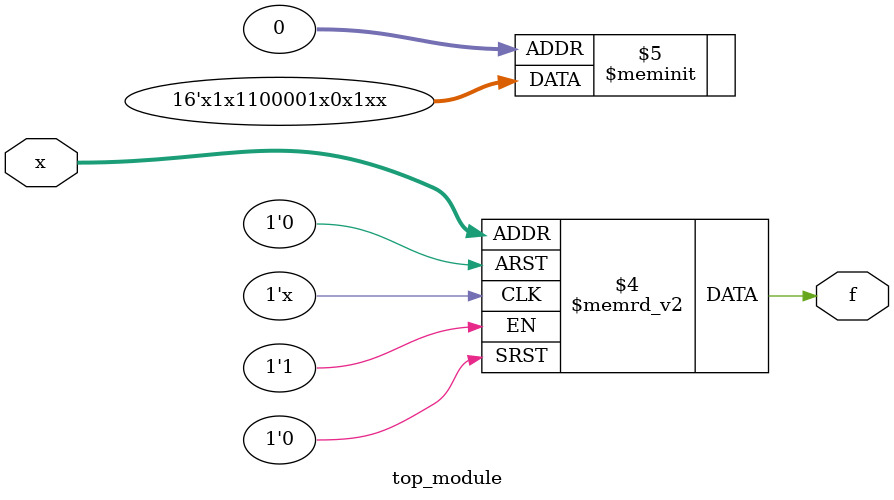
<source format=sv>
module top_module (
  input [4:1] x,
  output logic f
);

  always_comb begin
    case (x)
      4'h0, 4'h1, 4'h3, 4'h5, 4'hd, 4'hf: f = 1'bx;
      4'h2, 4'h6, 4'hb, 4'hc, 4'he: f = 1;
      default: f = 0;
    endcase
  end
endmodule

</source>
